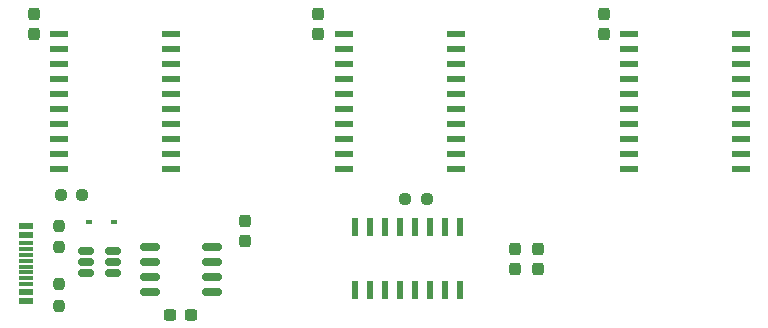
<source format=gbr>
%TF.GenerationSoftware,KiCad,Pcbnew,7.0.7-7.0.7~ubuntu22.04.1*%
%TF.CreationDate,2024-01-12T16:25:32+05:30*%
%TF.ProjectId,24-ch-relay-driver-kicad,32342d63-682d-4726-956c-61792d647269,1.1.0*%
%TF.SameCoordinates,Original*%
%TF.FileFunction,Paste,Top*%
%TF.FilePolarity,Positive*%
%FSLAX46Y46*%
G04 Gerber Fmt 4.6, Leading zero omitted, Abs format (unit mm)*
G04 Created by KiCad (PCBNEW 7.0.7-7.0.7~ubuntu22.04.1) date 2024-01-12 16:25:32*
%MOMM*%
%LPD*%
G01*
G04 APERTURE LIST*
G04 Aperture macros list*
%AMRoundRect*
0 Rectangle with rounded corners*
0 $1 Rounding radius*
0 $2 $3 $4 $5 $6 $7 $8 $9 X,Y pos of 4 corners*
0 Add a 4 corners polygon primitive as box body*
4,1,4,$2,$3,$4,$5,$6,$7,$8,$9,$2,$3,0*
0 Add four circle primitives for the rounded corners*
1,1,$1+$1,$2,$3*
1,1,$1+$1,$4,$5*
1,1,$1+$1,$6,$7*
1,1,$1+$1,$8,$9*
0 Add four rect primitives between the rounded corners*
20,1,$1+$1,$2,$3,$4,$5,0*
20,1,$1+$1,$4,$5,$6,$7,0*
20,1,$1+$1,$6,$7,$8,$9,0*
20,1,$1+$1,$8,$9,$2,$3,0*%
G04 Aperture macros list end*
%ADD10RoundRect,0.237500X0.237500X-0.300000X0.237500X0.300000X-0.237500X0.300000X-0.237500X-0.300000X0*%
%ADD11RoundRect,0.237500X-0.237500X0.250000X-0.237500X-0.250000X0.237500X-0.250000X0.237500X0.250000X0*%
%ADD12RoundRect,0.150000X-0.675000X-0.150000X0.675000X-0.150000X0.675000X0.150000X-0.675000X0.150000X0*%
%ADD13R,1.500000X0.600000*%
%ADD14RoundRect,0.237500X0.300000X0.237500X-0.300000X0.237500X-0.300000X-0.237500X0.300000X-0.237500X0*%
%ADD15R,0.600000X0.450000*%
%ADD16RoundRect,0.150000X-0.512500X-0.150000X0.512500X-0.150000X0.512500X0.150000X-0.512500X0.150000X0*%
%ADD17RoundRect,0.137500X0.137500X-0.662500X0.137500X0.662500X-0.137500X0.662500X-0.137500X-0.662500X0*%
%ADD18RoundRect,0.237500X0.250000X0.237500X-0.250000X0.237500X-0.250000X-0.237500X0.250000X-0.237500X0*%
%ADD19RoundRect,0.237500X-0.237500X0.300000X-0.237500X-0.300000X0.237500X-0.300000X0.237500X0.300000X0*%
%ADD20RoundRect,0.237500X0.237500X-0.250000X0.237500X0.250000X-0.237500X0.250000X-0.237500X-0.250000X0*%
%ADD21RoundRect,0.237500X-0.250000X-0.237500X0.250000X-0.237500X0.250000X0.237500X-0.250000X0.237500X0*%
%ADD22R,1.240000X0.600000*%
%ADD23R,1.240000X0.300000*%
G04 APERTURE END LIST*
D10*
%TO.C,C204*%
X139319000Y-94869000D03*
X139319000Y-93144000D03*
%TD*%
%TO.C,C303*%
X169672000Y-77362500D03*
X169672000Y-75637500D03*
%TD*%
D11*
%TO.C,R201*%
X123571000Y-93552000D03*
X123571000Y-95377000D03*
%TD*%
D12*
%TO.C,U202*%
X131233000Y-95377000D03*
X131233000Y-96647000D03*
X131233000Y-97917000D03*
X131233000Y-99187000D03*
X136483000Y-99187000D03*
X136483000Y-97917000D03*
X136483000Y-96647000D03*
X136483000Y-95377000D03*
%TD*%
D13*
%TO.C,U302*%
X147650000Y-77343000D03*
X147650000Y-78613000D03*
X147650000Y-79883000D03*
X147650000Y-81153000D03*
X147650000Y-82423000D03*
X147650000Y-83693000D03*
X147650000Y-84963000D03*
X147650000Y-86233000D03*
X147650000Y-87503000D03*
X147650000Y-88773000D03*
X157150000Y-88773000D03*
X157150000Y-87503000D03*
X157150000Y-86233000D03*
X157150000Y-84963000D03*
X157150000Y-83693000D03*
X157150000Y-82423000D03*
X157150000Y-81153000D03*
X157150000Y-79883000D03*
X157150000Y-78613000D03*
X157150000Y-77343000D03*
%TD*%
D14*
%TO.C,C201*%
X134720500Y-101092000D03*
X132995500Y-101092000D03*
%TD*%
D15*
%TO.C,D201*%
X128183000Y-93218000D03*
X126083000Y-93218000D03*
%TD*%
D16*
%TO.C,U201*%
X125862500Y-95697000D03*
X125862500Y-96647000D03*
X125862500Y-97597000D03*
X128137500Y-97597000D03*
X128137500Y-96647000D03*
X128137500Y-95697000D03*
%TD*%
D17*
%TO.C,U203*%
X148590000Y-99006000D03*
X149860000Y-99006000D03*
X151130000Y-99006000D03*
X152400000Y-99006000D03*
X153670000Y-99006000D03*
X154940000Y-99006000D03*
X156210000Y-99006000D03*
X157480000Y-99006000D03*
X157480000Y-93706000D03*
X156210000Y-93706000D03*
X154940000Y-93706000D03*
X153670000Y-93706000D03*
X152400000Y-93706000D03*
X151130000Y-93706000D03*
X149860000Y-93706000D03*
X148590000Y-93706000D03*
%TD*%
D18*
%TO.C,R203*%
X125523000Y-90932000D03*
X123698000Y-90932000D03*
%TD*%
D19*
%TO.C,C202*%
X162179000Y-95544300D03*
X162179000Y-97269300D03*
%TD*%
D20*
%TO.C,R202*%
X123571000Y-100353500D03*
X123571000Y-98528500D03*
%TD*%
D19*
%TO.C,C203*%
X164084000Y-95544300D03*
X164084000Y-97269300D03*
%TD*%
D13*
%TO.C,U301*%
X123520000Y-77343000D03*
X123520000Y-78613000D03*
X123520000Y-79883000D03*
X123520000Y-81153000D03*
X123520000Y-82423000D03*
X123520000Y-83693000D03*
X123520000Y-84963000D03*
X123520000Y-86233000D03*
X123520000Y-87503000D03*
X123520000Y-88773000D03*
X133020000Y-88773000D03*
X133020000Y-87503000D03*
X133020000Y-86233000D03*
X133020000Y-84963000D03*
X133020000Y-83693000D03*
X133020000Y-82423000D03*
X133020000Y-81153000D03*
X133020000Y-79883000D03*
X133020000Y-78613000D03*
X133020000Y-77343000D03*
%TD*%
D21*
%TO.C,R204*%
X152884500Y-91276000D03*
X154709500Y-91276000D03*
%TD*%
D13*
%TO.C,U303*%
X171780000Y-77318800D03*
X171780000Y-78588800D03*
X171780000Y-79858800D03*
X171780000Y-81128800D03*
X171780000Y-82398800D03*
X171780000Y-83668800D03*
X171780000Y-84938800D03*
X171780000Y-86208800D03*
X171780000Y-87478800D03*
X171780000Y-88748800D03*
X181280000Y-88748800D03*
X181280000Y-87478800D03*
X181280000Y-86208800D03*
X181280000Y-84938800D03*
X181280000Y-83668800D03*
X181280000Y-82398800D03*
X181280000Y-81128800D03*
X181280000Y-79858800D03*
X181280000Y-78588800D03*
X181280000Y-77318800D03*
%TD*%
D10*
%TO.C,C301*%
X121412000Y-77362500D03*
X121412000Y-75637500D03*
%TD*%
%TO.C,C302*%
X145500000Y-77362500D03*
X145500000Y-75637500D03*
%TD*%
D22*
%TO.C,J201*%
X120732000Y-93574000D03*
X120732000Y-94374000D03*
D23*
X120732000Y-95524000D03*
X120732000Y-96524000D03*
X120732000Y-97024000D03*
X120732000Y-98024000D03*
D22*
X120732000Y-99174000D03*
X120732000Y-99974000D03*
X120732000Y-99974000D03*
X120732000Y-99174000D03*
D23*
X120732000Y-98524000D03*
X120732000Y-97524000D03*
X120732000Y-96024000D03*
X120732000Y-95024000D03*
D22*
X120732000Y-94374000D03*
X120732000Y-93574000D03*
%TD*%
M02*

</source>
